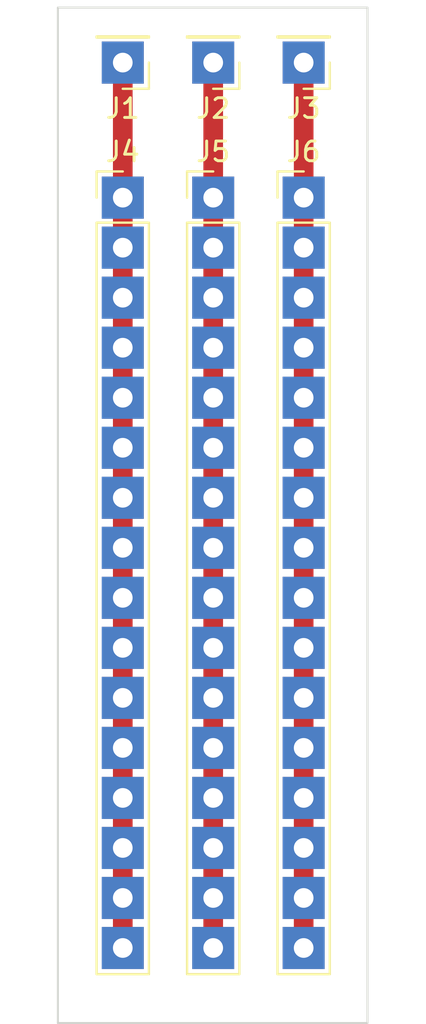
<source format=kicad_pcb>
(kicad_pcb (version 20221018) (generator pcbnew)
  (layers (0 "F.Cu" signal) (31 "B.Cu" signal) (34 "B.Paste" user) (35 "F.Paste" user) (36 "B.SilkS" user "B.Silkscreen") (37 "F.SilkS" user "F.Silkscreen") (38 "B.Mask" user) (39 "F.Mask" user) (44 "Edge.Cuts" user))
  (net 0 "")
  (net 1 "/+12V")
  (net 2 "GND")
  (net 3 "/-12V")
  (footprint "Connector_PinHeader_2.54mm:PinHeader_1x16_P2.54mm_Vertical" (layer "F.Cu") (at 3.302 9.652)
    (fp_text reference "J4" (at 0 -2.33) (layer "F.SilkS"))
    (fp_text value "Conn_01x16_Pin")
    (fp_line (start -1.33 -1.33) (end 0 -1.33) (stroke (width 0.12)) (layer "F.SilkS"))
    (fp_line (start -1.33 0) (end -1.33 -1.33) (stroke (width 0.12)) (layer "F.SilkS"))
    (fp_line (start -1.33 1.27) (end -1.33 39.43) (stroke (width 0.12)) (layer "F.SilkS"))
    (fp_line (start -1.33 1.27) (end 1.33 1.27) (stroke (width 0.12)) (layer "F.SilkS"))
    (fp_line (start -1.33 39.43) (end 1.33 39.43) (stroke (width 0.12)) (layer "F.SilkS"))
    (fp_line (start 1.33 1.27) (end 1.33 39.43) (stroke (width 0.12)) (layer "F.SilkS"))
    (pad "1" thru_hole rect (at 0 0) (size 2.14 2.14) (drill 1) (layers "*.Cu" "*.Mask") (net 1 "/+12V"))
    (pad "2" thru_hole rect (at 0 2.54) (size 2.14 2.14) (drill 1) (layers "*.Cu" "*.Mask") (net 1 "/+12V"))
    (pad "3" thru_hole rect (at 0 5.08) (size 2.14 2.14) (drill 1) (layers "*.Cu" "*.Mask") (net 1 "/+12V"))
    (pad "4" thru_hole rect (at 0 7.62) (size 2.14 2.14) (drill 1) (layers "*.Cu" "*.Mask") (net 1 "/+12V"))
    (pad "5" thru_hole rect (at 0 10.16) (size 2.14 2.14) (drill 1) (layers "*.Cu" "*.Mask") (net 1 "/+12V"))
    (pad "6" thru_hole rect (at 0 12.7) (size 2.14 2.14) (drill 1) (layers "*.Cu" "*.Mask") (net 1 "/+12V"))
    (pad "7" thru_hole rect (at 0 15.24) (size 2.14 2.14) (drill 1) (layers "*.Cu" "*.Mask") (net 1 "/+12V"))
    (pad "8" thru_hole rect (at 0 17.78) (size 2.14 2.14) (drill 1) (layers "*.Cu" "*.Mask") (net 1 "/+12V"))
    (pad "9" thru_hole rect (at 0 20.32) (size 2.14 2.14) (drill 1) (layers "*.Cu" "*.Mask") (net 1 "/+12V"))
    (pad "10" thru_hole rect (at 0 22.86) (size 2.14 2.14) (drill 1) (layers "*.Cu" "*.Mask") (net 1 "/+12V"))
    (pad "11" thru_hole rect (at 0 25.4) (size 2.14 2.14) (drill 1) (layers "*.Cu" "*.Mask") (net 1 "/+12V"))
    (pad "12" thru_hole rect (at 0 27.94) (size 2.14 2.14) (drill 1) (layers "*.Cu" "*.Mask") (net 1 "/+12V"))
    (pad "13" thru_hole rect (at 0 30.48) (size 2.14 2.14) (drill 1) (layers "*.Cu" "*.Mask") (net 1 "/+12V"))
    (pad "14" thru_hole rect (at 0 33.02) (size 2.14 2.14) (drill 1) (layers "*.Cu" "*.Mask") (net 1 "/+12V"))
    (pad "15" thru_hole rect (at 0 35.56) (size 2.14 2.14) (drill 1) (layers "*.Cu" "*.Mask") (net 1 "/+12V"))
    (pad "16" thru_hole rect (at 0 38.1) (size 2.14 2.14) (drill 1) (layers "*.Cu" "*.Mask") (net 1 "/+12V"))
  )
  (footprint "Connector_PinHeader_2.54mm:PinHeader_1x01_P2.54mm_Vertical" (layer "F.Cu") (at 3.302 2.794 180)
    (fp_text reference "J1" (at 0 -2.33) (layer "F.SilkS"))
    (fp_text value "Conn_01x01_Pin")
    (fp_line (start -1.33 -1.33) (end 0 -1.33) (stroke (width 0.12)) (layer "F.SilkS"))
    (fp_line (start -1.33 0) (end -1.33 -1.33) (stroke (width 0.12)) (layer "F.SilkS"))
    (fp_line (start -1.33 1.27) (end -1.33 1.33) (stroke (width 0.12)) (layer "F.SilkS"))
    (fp_line (start -1.33 1.27) (end 1.33 1.27) (stroke (width 0.12)) (layer "F.SilkS"))
    (fp_line (start -1.33 1.33) (end 1.33 1.33) (stroke (width 0.12)) (layer "F.SilkS"))
    (fp_line (start 1.33 1.27) (end 1.33 1.33) (stroke (width 0.12)) (layer "F.SilkS"))
    (pad "1" thru_hole rect (at 0 0 180) (size 2.14 2.14) (drill 1) (layers "*.Cu" "*.Mask") (net 1 "/+12V"))
  )
  (footprint "Connector_PinHeader_2.54mm:PinHeader_1x01_P2.54mm_Vertical" (layer "F.Cu") (at 12.502 2.794 180)
    (fp_text reference "J3" (at 0 -2.33) (layer "F.SilkS"))
    (fp_text value "Conn_01x01_Pin")
    (fp_line (start -1.33 -1.33) (end 0 -1.33) (stroke (width 0.12)) (layer "F.SilkS"))
    (fp_line (start -1.33 0) (end -1.33 -1.33) (stroke (width 0.12)) (layer "F.SilkS"))
    (fp_line (start -1.33 1.27) (end -1.33 1.33) (stroke (width 0.12)) (layer "F.SilkS"))
    (fp_line (start -1.33 1.27) (end 1.33 1.27) (stroke (width 0.12)) (layer "F.SilkS"))
    (fp_line (start -1.33 1.33) (end 1.33 1.33) (stroke (width 0.12)) (layer "F.SilkS"))
    (fp_line (start 1.33 1.27) (end 1.33 1.33) (stroke (width 0.12)) (layer "F.SilkS"))
    (pad "1" thru_hole rect (at 0 0 180) (size 2.14 2.14) (drill 1) (layers "*.Cu" "*.Mask") (net 3 "/-12V"))
  )
  (footprint "Connector_PinHeader_2.54mm:PinHeader_1x16_P2.54mm_Vertical" (layer "F.Cu") (at 12.502 9.652)
    (fp_text reference "J6" (at 0 -2.33) (layer "F.SilkS"))
    (fp_text value "Conn_01x16_Pin")
    (fp_line (start -1.33 -1.33) (end 0 -1.33) (stroke (width 0.12)) (layer "F.SilkS"))
    (fp_line (start -1.33 0) (end -1.33 -1.33) (stroke (width 0.12)) (layer "F.SilkS"))
    (fp_line (start -1.33 1.27) (end -1.33 39.43) (stroke (width 0.12)) (layer "F.SilkS"))
    (fp_line (start -1.33 1.27) (end 1.33 1.27) (stroke (width 0.12)) (layer "F.SilkS"))
    (fp_line (start -1.33 39.43) (end 1.33 39.43) (stroke (width 0.12)) (layer "F.SilkS"))
    (fp_line (start 1.33 1.27) (end 1.33 39.43) (stroke (width 0.12)) (layer "F.SilkS"))
    (pad "1" thru_hole rect (at 0 0) (size 2.14 2.14) (drill 1) (layers "*.Cu" "*.Mask") (net 3 "/-12V"))
    (pad "2" thru_hole rect (at 0 2.54) (size 2.14 2.14) (drill 1) (layers "*.Cu" "*.Mask") (net 3 "/-12V"))
    (pad "3" thru_hole rect (at 0 5.08) (size 2.14 2.14) (drill 1) (layers "*.Cu" "*.Mask") (net 3 "/-12V"))
    (pad "4" thru_hole rect (at 0 7.62) (size 2.14 2.14) (drill 1) (layers "*.Cu" "*.Mask") (net 3 "/-12V"))
    (pad "5" thru_hole rect (at 0 10.16) (size 2.14 2.14) (drill 1) (layers "*.Cu" "*.Mask") (net 3 "/-12V"))
    (pad "6" thru_hole rect (at 0 12.7) (size 2.14 2.14) (drill 1) (layers "*.Cu" "*.Mask") (net 3 "/-12V"))
    (pad "7" thru_hole rect (at 0 15.24) (size 2.14 2.14) (drill 1) (layers "*.Cu" "*.Mask") (net 3 "/-12V"))
    (pad "8" thru_hole rect (at 0 17.78) (size 2.14 2.14) (drill 1) (layers "*.Cu" "*.Mask") (net 3 "/-12V"))
    (pad "9" thru_hole rect (at 0 20.32) (size 2.14 2.14) (drill 1) (layers "*.Cu" "*.Mask") (net 3 "/-12V"))
    (pad "10" thru_hole rect (at 0 22.86) (size 2.14 2.14) (drill 1) (layers "*.Cu" "*.Mask") (net 3 "/-12V"))
    (pad "11" thru_hole rect (at 0 25.4) (size 2.14 2.14) (drill 1) (layers "*.Cu" "*.Mask") (net 3 "/-12V"))
    (pad "12" thru_hole rect (at 0 27.94) (size 2.14 2.14) (drill 1) (layers "*.Cu" "*.Mask") (net 3 "/-12V"))
    (pad "13" thru_hole rect (at 0 30.48) (size 2.14 2.14) (drill 1) (layers "*.Cu" "*.Mask") (net 3 "/-12V"))
    (pad "14" thru_hole rect (at 0 33.02) (size 2.14 2.14) (drill 1) (layers "*.Cu" "*.Mask") (net 3 "/-12V"))
    (pad "15" thru_hole rect (at 0 35.56) (size 2.14 2.14) (drill 1) (layers "*.Cu" "*.Mask") (net 3 "/-12V"))
    (pad "16" thru_hole rect (at 0 38.1) (size 2.14 2.14) (drill 1) (layers "*.Cu" "*.Mask") (net 3 "/-12V"))
  )
  (footprint "Connector_PinHeader_2.54mm:PinHeader_1x01_P2.54mm_Vertical" (layer "F.Cu") (at 7.902 2.794 180)
    (fp_text reference "J2" (at 0 -2.33) (layer "F.SilkS"))
    (fp_text value "Conn_01x01_Pin")
    (fp_line (start -1.33 -1.33) (end 0 -1.33) (stroke (width 0.12)) (layer "F.SilkS"))
    (fp_line (start -1.33 0) (end -1.33 -1.33) (stroke (width 0.12)) (layer "F.SilkS"))
    (fp_line (start -1.33 1.27) (end -1.33 1.33) (stroke (width 0.12)) (layer "F.SilkS"))
    (fp_line (start -1.33 1.27) (end 1.33 1.27) (stroke (width 0.12)) (layer "F.SilkS"))
    (fp_line (start -1.33 1.33) (end 1.33 1.33) (stroke (width 0.12)) (layer "F.SilkS"))
    (fp_line (start 1.33 1.27) (end 1.33 1.33) (stroke (width 0.12)) (layer "F.SilkS"))
    (pad "1" thru_hole rect (at 0 0 180) (size 2.14 2.14) (drill 1) (layers "*.Cu" "*.Mask") (net 2 "GND"))
  )
  (footprint "Connector_PinHeader_2.54mm:PinHeader_1x16_P2.54mm_Vertical" (layer "F.Cu") (at 7.902 9.652)
    (fp_text reference "J5" (at 0 -2.33) (layer "F.SilkS"))
    (fp_text value "Conn_01x16_Pin")
    (fp_line (start -1.33 -1.33) (end 0 -1.33) (stroke (width 0.12)) (layer "F.SilkS"))
    (fp_line (start -1.33 0) (end -1.33 -1.33) (stroke (width 0.12)) (layer "F.SilkS"))
    (fp_line (start -1.33 1.27) (end -1.33 39.43) (stroke (width 0.12)) (layer "F.SilkS"))
    (fp_line (start -1.33 1.27) (end 1.33 1.27) (stroke (width 0.12)) (layer "F.SilkS"))
    (fp_line (start -1.33 39.43) (end 1.33 39.43) (stroke (width 0.12)) (layer "F.SilkS"))
    (fp_line (start 1.33 1.27) (end 1.33 39.43) (stroke (width 0.12)) (layer "F.SilkS"))
    (pad "1" thru_hole rect (at 0 0) (size 2.14 2.14) (drill 1) (layers "*.Cu" "*.Mask") (net 2 "GND"))
    (pad "2" thru_hole rect (at 0 2.54) (size 2.14 2.14) (drill 1) (layers "*.Cu" "*.Mask") (net 2 "GND"))
    (pad "3" thru_hole rect (at 0 5.08) (size 2.14 2.14) (drill 1) (layers "*.Cu" "*.Mask") (net 2 "GND"))
    (pad "4" thru_hole rect (at 0 7.62) (size 2.14 2.14) (drill 1) (layers "*.Cu" "*.Mask") (net 2 "GND"))
    (pad "5" thru_hole rect (at 0 10.16) (size 2.14 2.14) (drill 1) (layers "*.Cu" "*.Mask") (net 2 "GND"))
    (pad "6" thru_hole rect (at 0 12.7) (size 2.14 2.14) (drill 1) (layers "*.Cu" "*.Mask") (net 2 "GND"))
    (pad "7" thru_hole rect (at 0 15.24) (size 2.14 2.14) (drill 1) (layers "*.Cu" "*.Mask") (net 2 "GND"))
    (pad "8" thru_hole rect (at 0 17.78) (size 2.14 2.14) (drill 1) (layers "*.Cu" "*.Mask") (net 2 "GND"))
    (pad "9" thru_hole rect (at 0 20.32) (size 2.14 2.14) (drill 1) (layers "*.Cu" "*.Mask") (net 2 "GND"))
    (pad "10" thru_hole rect (at 0 22.86) (size 2.14 2.14) (drill 1) (layers "*.Cu" "*.Mask") (net 2 "GND"))
    (pad "11" thru_hole rect (at 0 25.4) (size 2.14 2.14) (drill 1) (layers "*.Cu" "*.Mask") (net 2 "GND"))
    (pad "12" thru_hole rect (at 0 27.94) (size 2.14 2.14) (drill 1) (layers "*.Cu" "*.Mask") (net 2 "GND"))
    (pad "13" thru_hole rect (at 0 30.48) (size 2.14 2.14) (drill 1) (layers "*.Cu" "*.Mask") (net 2 "GND"))
    (pad "14" thru_hole rect (at 0 33.02) (size 2.14 2.14) (drill 1) (layers "*.Cu" "*.Mask") (net 2 "GND"))
    (pad "15" thru_hole rect (at 0 35.56) (size 2.14 2.14) (drill 1) (layers "*.Cu" "*.Mask") (net 2 "GND"))
    (pad "16" thru_hole rect (at 0 38.1) (size 2.14 2.14) (drill 1) (layers "*.Cu" "*.Mask") (net 2 "GND"))
  )
  (gr_rect (start 0 0) (end 15.748 51.562) (stroke (width 0.1)) (fill none) (layer "Edge.Cuts"))
  (segment (start 3.302 32.512) (end 3.302 35.052) (width 1) (layer "F.Cu") (net 1))
  (segment (start 3.302 2.794) (end 3.302 9.652) (width 1) (layer "F.Cu") (net 1))
  (segment (start 3.302 22.352) (end 3.302 24.892) (width 1) (layer "F.Cu") (net 1))
  (segment (start 3.302 27.432) (end 3.302 29.972) (width 1) (layer "F.Cu") (net 1))
  (segment (start 3.302 14.732) (end 3.302 12.192) (width 1) (layer "F.Cu") (net 1))
  (segment (start 3.302 19.812) (end 3.302 22.352) (width 1) (layer "F.Cu") (net 1))
  (segment (start 3.302 14.732) (end 3.302 17.272) (width 1) (layer "F.Cu") (net 1))
  (segment (start 3.302 17.272) (end 3.302 19.812) (width 1) (layer "F.Cu") (net 1))
  (segment (start 3.302 29.972) (end 3.302 32.512) (width 1) (layer "F.Cu") (net 1))
  (segment (start 3.302 40.132) (end 3.302 42.672) (width 1) (layer "F.Cu") (net 1))
  (segment (start 3.302 42.672) (end 3.302 45.212) (width 1) (layer "F.Cu") (net 1))
  (segment (start 3.302 35.052) (end 3.302 37.592) (width 1) (layer "F.Cu") (net 1))
  (segment (start 3.302 37.592) (end 3.302 40.132) (width 1) (layer "F.Cu") (net 1))
  (segment (start 3.302 12.192) (end 3.302 9.652) (width 1) (layer "F.Cu") (net 1))
  (segment (start 3.302 24.892) (end 3.302 27.432) (width 1) (layer "F.Cu") (net 1))
  (segment (start 3.302 45.212) (end 3.302 47.752) (width 1) (layer "F.Cu") (net 1))
  (segment (start 7.902 2.794) (end 7.902 9.652) (width 1) (layer "F.Cu") (net 2))
  (segment (start 7.902 37.592) (end 7.902 40.132) (width 1) (layer "F.Cu") (net 2))
  (segment (start 7.902 32.512) (end 7.902 35.052) (width 1) (layer "F.Cu") (net 2))
  (segment (start 7.902 35.052) (end 7.902 37.592) (width 1) (layer "F.Cu") (net 2))
  (segment (start 7.902 14.732) (end 7.902 17.272) (width 1) (layer "F.Cu") (net 2))
  (segment (start 7.902 19.812) (end 7.902 22.352) (width 1) (layer "F.Cu") (net 2))
  (segment (start 7.902 42.672) (end 7.902 45.212) (width 1) (layer "F.Cu") (net 2))
  (segment (start 7.902 12.192) (end 7.902 14.732) (width 1) (layer "F.Cu") (net 2))
  (segment (start 7.902 9.652) (end 7.902 12.192) (width 1) (layer "F.Cu") (net 2))
  (segment (start 7.902 17.272) (end 7.902 19.812) (width 1) (layer "F.Cu") (net 2))
  (segment (start 7.902 24.892) (end 7.902 27.432) (width 1) (layer "F.Cu") (net 2))
  (segment (start 7.902 45.212) (end 7.902 47.752) (width 1) (layer "F.Cu") (net 2))
  (segment (start 7.902 22.352) (end 7.902 24.892) (width 1) (layer "F.Cu") (net 2))
  (segment (start 7.902 29.972) (end 7.902 32.512) (width 1) (layer "F.Cu") (net 2))
  (segment (start 7.902 40.132) (end 7.902 42.672) (width 1) (layer "F.Cu") (net 2))
  (segment (start 7.902 27.432) (end 7.902 29.972) (width 1) (layer "F.Cu") (net 2))
  (segment (start 12.502 19.812) (end 12.502 22.352) (width 1) (layer "F.Cu") (net 3))
  (segment (start 12.502 2.794) (end 12.502 9.652) (width 1) (layer "F.Cu") (net 3))
  (segment (start 12.502 35.052) (end 12.502 37.592) (width 1) (layer "F.Cu") (net 3))
  (segment (start 12.502 22.352) (end 12.502 24.892) (width 1) (layer "F.Cu") (net 3))
  (segment (start 12.502 12.192) (end 12.502 14.732) (width 1) (layer "F.Cu") (net 3))
  (segment (start 12.502 37.592) (end 12.502 40.132) (width 1) (layer "F.Cu") (net 3))
  (segment (start 12.502 29.972) (end 12.502 32.512) (width 1) (layer "F.Cu") (net 3))
  (segment (start 12.502 27.432) (end 12.502 29.972) (width 1) (layer "F.Cu") (net 3))
  (segment (start 12.502 40.132) (end 12.502 42.672) (width 1) (layer "F.Cu") (net 3))
  (segment (start 12.502 42.672) (end 12.502 45.212) (width 1) (layer "F.Cu") (net 3))
  (segment (start 12.502 9.652) (end 12.502 12.192) (width 1) (layer "F.Cu") (net 3))
  (segment (start 12.502 45.212) (end 12.502 47.752) (width 1) (layer "F.Cu") (net 3))
  (segment (start 12.502 14.732) (end 12.502 17.272) (width 1) (layer "F.Cu") (net 3))
  (segment (start 12.502 17.272) (end 12.502 19.812) (width 1) (layer "F.Cu") (net 3))
  (segment (start 12.502 32.512) (end 12.502 35.052) (width 1) (layer "F.Cu") (net 3))
  (segment (start 12.502 24.892) (end 12.502 27.432) (width 1) (layer "F.Cu") (net 3))
)
</source>
